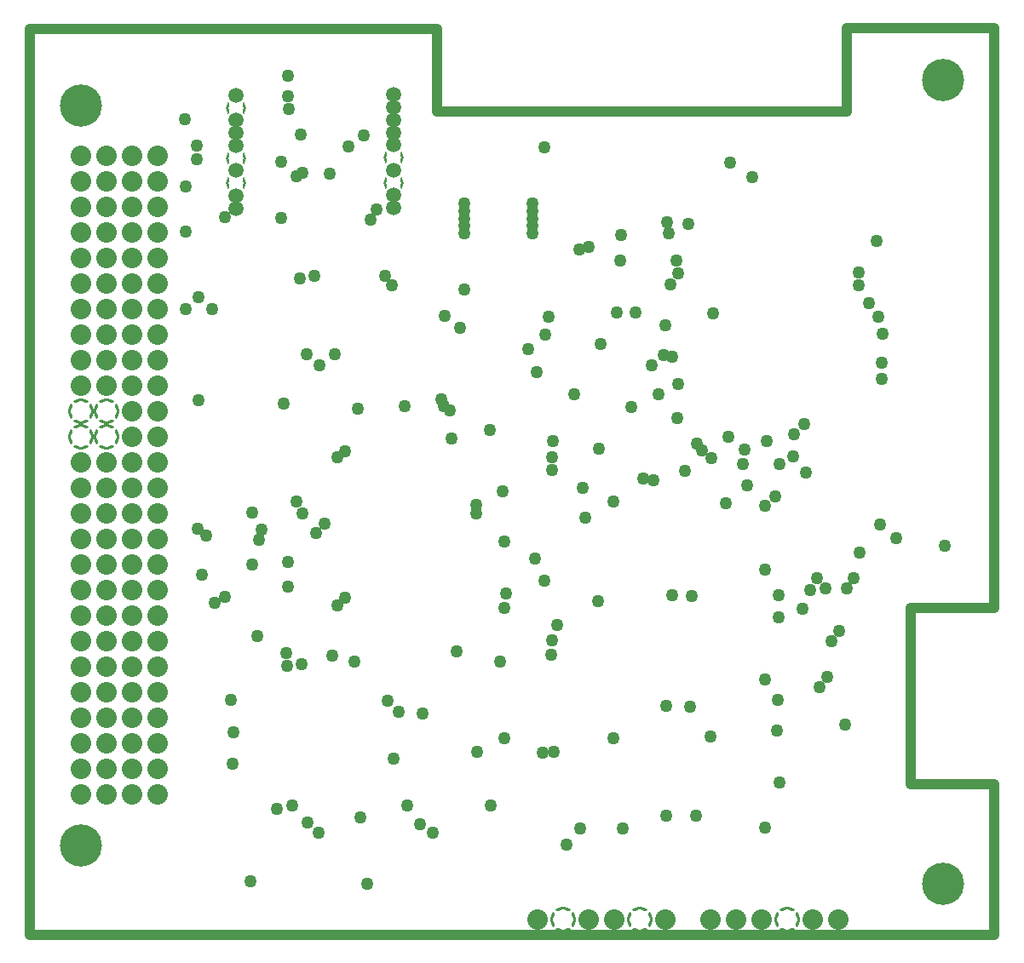
<source format=gbr>
%TF.GenerationSoftware,Altium Limited,Altium Designer,21.8.1 (53)*%
G04 Layer_Physical_Order=3*
G04 Layer_Color=128*
%FSLAX45Y45*%
%MOMM*%
%TF.SameCoordinates,1CF0B822-2DD9-431B-A6BE-AAED35006C4B*%
%TF.FilePolarity,Negative*%
%TF.FileFunction,Copper,L3,Inr,Plane*%
%TF.Part,Single*%
G01*
G75*
%TA.AperFunction,NonConductor*%
%ADD44C,1.01600*%
%TA.AperFunction,ComponentPad*%
%ADD45C,1.51600*%
G04:AMPARAMS|DCode=46|XSize=2.024mm|YSize=2.024mm|CornerRadius=0mm|HoleSize=0mm|Usage=FLASHONLY|Rotation=0.000|XOffset=0mm|YOffset=0mm|HoleType=Round|Shape=Relief|Width=0.254mm|Gap=0.254mm|Entries=4|*
%AMTHD46*
7,0,0,2.02400,1.51600,0.25400,45*
%
%ADD46THD46*%
%ADD47C,2.03600*%
G04:AMPARAMS|DCode=48|XSize=2.544mm|YSize=2.544mm|CornerRadius=0mm|HoleSize=0mm|Usage=FLASHONLY|Rotation=0.000|XOffset=0mm|YOffset=0mm|HoleType=Round|Shape=Relief|Width=0.254mm|Gap=0.254mm|Entries=4|*
%AMTHD48*
7,0,0,2.54400,2.03600,0.25400,45*
%
%ADD48THD48*%
%ADD49C,4.19600*%
%TA.AperFunction,ViaPad*%
%ADD50C,1.26600*%
D44*
X4050000Y8187500D02*
X8125000D01*
X4050000D02*
Y9010000D01*
X0D02*
X4050000D01*
X0Y0D02*
X9590000D01*
Y1500000D01*
X8761553D02*
X9590000D01*
X8761553D02*
Y3254277D01*
X9590000D01*
X9590000Y9017000D01*
X8125000Y9017000D02*
X9590000Y9017000D01*
X8125000Y8187500D02*
Y9017000D01*
X0Y0D02*
Y9010000D01*
D45*
X2050000Y8350000D02*
D03*
Y8100000D02*
D03*
Y7975000D02*
D03*
Y7850000D02*
D03*
Y7600000D02*
D03*
Y7350000D02*
D03*
Y7225000D02*
D03*
X3620000Y8355000D02*
D03*
Y8230000D02*
D03*
Y8105000D02*
D03*
Y7980000D02*
D03*
Y7855000D02*
D03*
Y7605000D02*
D03*
Y7355000D02*
D03*
Y7230000D02*
D03*
D46*
X2050000Y8225000D02*
D03*
Y7725000D02*
D03*
Y7475000D02*
D03*
X3620000Y7730000D02*
D03*
Y7480000D02*
D03*
D47*
X6770000Y150000D02*
D03*
X7024000D02*
D03*
X7278000D02*
D03*
X7786000D02*
D03*
X8040000D02*
D03*
X5050000D02*
D03*
X5558000D02*
D03*
X5812000D02*
D03*
X6320000D02*
D03*
X1016000Y6477000D02*
D03*
Y6223000D02*
D03*
Y5715000D02*
D03*
Y5969000D02*
D03*
Y5207000D02*
D03*
Y4953000D02*
D03*
Y4699000D02*
D03*
Y4191000D02*
D03*
Y4445000D02*
D03*
Y3683000D02*
D03*
Y3175000D02*
D03*
Y3937000D02*
D03*
Y3429000D02*
D03*
Y5461000D02*
D03*
Y6731000D02*
D03*
X1270000Y2667000D02*
D03*
Y3429000D02*
D03*
Y3175000D02*
D03*
Y2921000D02*
D03*
Y3683000D02*
D03*
Y4191000D02*
D03*
Y1397000D02*
D03*
Y1651000D02*
D03*
Y2159000D02*
D03*
Y2413000D02*
D03*
Y1905000D02*
D03*
Y3937000D02*
D03*
X1016000Y7747000D02*
D03*
Y6985000D02*
D03*
Y7493000D02*
D03*
X1270000Y7239000D02*
D03*
Y7493000D02*
D03*
X1016000Y7239000D02*
D03*
X1270000Y7747000D02*
D03*
Y6985000D02*
D03*
Y6477000D02*
D03*
Y6223000D02*
D03*
Y5969000D02*
D03*
Y5715000D02*
D03*
Y5461000D02*
D03*
Y5207000D02*
D03*
Y4699000D02*
D03*
Y4445000D02*
D03*
Y6731000D02*
D03*
Y4953000D02*
D03*
X1016000Y2413000D02*
D03*
Y2667000D02*
D03*
Y1905000D02*
D03*
Y2921000D02*
D03*
Y1397000D02*
D03*
Y2159000D02*
D03*
Y1651000D02*
D03*
X508000Y6477000D02*
D03*
Y6223000D02*
D03*
Y5715000D02*
D03*
Y5969000D02*
D03*
Y4699000D02*
D03*
Y4191000D02*
D03*
Y4445000D02*
D03*
Y3683000D02*
D03*
Y3175000D02*
D03*
Y3937000D02*
D03*
Y3429000D02*
D03*
Y5461000D02*
D03*
Y6731000D02*
D03*
X762000Y2667000D02*
D03*
Y3429000D02*
D03*
Y3175000D02*
D03*
Y2921000D02*
D03*
Y3683000D02*
D03*
Y4191000D02*
D03*
Y1397000D02*
D03*
Y1651000D02*
D03*
Y2159000D02*
D03*
Y2413000D02*
D03*
Y1905000D02*
D03*
Y3937000D02*
D03*
X508000Y7747000D02*
D03*
Y6985000D02*
D03*
Y7493000D02*
D03*
X762000Y7239000D02*
D03*
Y7493000D02*
D03*
X508000Y7239000D02*
D03*
X762000Y7747000D02*
D03*
Y6985000D02*
D03*
Y6477000D02*
D03*
Y6223000D02*
D03*
Y5969000D02*
D03*
Y5715000D02*
D03*
Y5461000D02*
D03*
Y4699000D02*
D03*
Y4445000D02*
D03*
Y6731000D02*
D03*
X508000Y2413000D02*
D03*
Y2667000D02*
D03*
Y1905000D02*
D03*
Y2921000D02*
D03*
Y1397000D02*
D03*
Y2159000D02*
D03*
Y1651000D02*
D03*
D48*
X7532000Y150000D02*
D03*
X5304000D02*
D03*
X6066000D02*
D03*
X508000Y5207000D02*
D03*
Y4953000D02*
D03*
X762000Y5207000D02*
D03*
Y4953000D02*
D03*
D49*
X9082000Y8502000D02*
D03*
Y508000D02*
D03*
X508000Y889000D02*
D03*
Y8248000D02*
D03*
D50*
X2690000Y6530000D02*
D03*
X2751991Y5776807D02*
D03*
X2830000Y6550000D02*
D03*
X8240000Y6460000D02*
D03*
X8343900Y6286500D02*
D03*
X8432800Y6146800D02*
D03*
X6515900Y4613800D02*
D03*
X6579000Y3370000D02*
D03*
X6565900Y2273300D02*
D03*
X7924800Y2565400D02*
D03*
X7848600Y2463800D02*
D03*
X7911700Y3450000D02*
D03*
X2882900Y5664200D02*
D03*
X6794500Y6184900D02*
D03*
X1549400Y7442200D02*
D03*
X5499100Y4445000D02*
D03*
X4438957Y4279900D02*
D03*
X7446782Y3380000D02*
D03*
X3352800Y508000D02*
D03*
X5100000Y1810000D02*
D03*
X5662889Y4834542D02*
D03*
X6102462Y4535771D02*
D03*
X6200000Y4520000D02*
D03*
X7442200Y3162300D02*
D03*
X4241800Y2819400D02*
D03*
X4673600Y2717800D02*
D03*
X2697818Y7957818D02*
D03*
X2578100Y8216900D02*
D03*
X2565400Y8343900D02*
D03*
X2716370Y7574974D02*
D03*
X2649266Y7540591D02*
D03*
X2500000Y7690000D02*
D03*
X6959600Y7683500D02*
D03*
X5041900Y5600700D02*
D03*
X6184900Y5664200D02*
D03*
X5676900Y5880100D02*
D03*
X6629400Y4889500D02*
D03*
X6946900Y4953000D02*
D03*
X9093200Y3873500D02*
D03*
X2527300Y5283200D02*
D03*
X2213385Y4198025D02*
D03*
X2260600Y2971800D02*
D03*
X3009900Y2781300D02*
D03*
X3225800Y2717800D02*
D03*
X3263900Y5232400D02*
D03*
X3730462Y5261678D02*
D03*
X2212017Y3687548D02*
D03*
X1676400Y5321300D02*
D03*
X1815700Y6221200D02*
D03*
X1714500Y3581400D02*
D03*
X4127500Y6159500D02*
D03*
X5461000Y6819900D02*
D03*
X7130000Y4473981D02*
D03*
X5128969Y5965669D02*
D03*
X5160000Y6148330D02*
D03*
X6020000Y6188820D02*
D03*
X5840000D02*
D03*
X4280000Y6040000D02*
D03*
X3030398Y5778100D02*
D03*
X7680000Y3240000D02*
D03*
X5240000Y3080000D02*
D03*
X7326900Y4910000D02*
D03*
X7180000Y7540000D02*
D03*
X7110000Y4823100D02*
D03*
X7590000Y4760000D02*
D03*
X7450000Y4680000D02*
D03*
X7720000Y4600000D02*
D03*
X8190000Y3550000D02*
D03*
X8120000Y3450000D02*
D03*
X8050000Y3020000D02*
D03*
X7970000Y2920000D02*
D03*
X7700000Y5080000D02*
D03*
X7600000Y4980000D02*
D03*
X7090000Y4680000D02*
D03*
X6390000Y5750000D02*
D03*
X8480000Y5980000D02*
D03*
X8468162Y5530909D02*
D03*
X8470000Y5690000D02*
D03*
X8245382Y6585382D02*
D03*
X5181009Y2782557D02*
D03*
X5190000Y2930000D02*
D03*
X5200000Y4910000D02*
D03*
X3139004Y4813100D02*
D03*
X3060000Y4750000D02*
D03*
X8418700Y6901351D02*
D03*
X1680000Y6340000D02*
D03*
X5120000Y3520000D02*
D03*
X4720000Y3250000D02*
D03*
X7830000Y3550000D02*
D03*
X7760000Y3430000D02*
D03*
X8250000Y3800000D02*
D03*
X8453100Y4080000D02*
D03*
X8610000Y3950000D02*
D03*
X2850000Y4000000D02*
D03*
X2930000Y4090000D02*
D03*
X2650000Y4310000D02*
D03*
X2713100Y4190000D02*
D03*
X2570000Y3710000D02*
D03*
X4720000Y3910000D02*
D03*
X5020000Y3740000D02*
D03*
X3670000Y2220000D02*
D03*
X3560000Y2330000D02*
D03*
X3910000Y2200000D02*
D03*
X5650000Y3320000D02*
D03*
X4740000Y3396900D02*
D03*
X2570000Y3460000D02*
D03*
X4010000Y1020000D02*
D03*
X2020000Y1700000D02*
D03*
X2700000Y2690000D02*
D03*
X2025777Y2019628D02*
D03*
X2560000Y2680000D02*
D03*
X2000000Y2340000D02*
D03*
X2550000Y2800000D02*
D03*
X6320000Y6060000D02*
D03*
X6439430Y5143485D02*
D03*
X5980000Y5250000D02*
D03*
X4577500Y5022500D02*
D03*
X4190000Y4940000D02*
D03*
X6450000Y5480000D02*
D03*
X4175227Y5212900D02*
D03*
X4114545Y5257653D02*
D03*
X4090000Y5330000D02*
D03*
X6300000Y5770000D02*
D03*
X4320000Y6420000D02*
D03*
X4960000Y5829600D02*
D03*
X3530000Y6550000D02*
D03*
X3600000Y6460000D02*
D03*
X1760000Y3970000D02*
D03*
X2276684Y3933316D02*
D03*
X1674978Y4038458D02*
D03*
X2310000Y4030000D02*
D03*
X1840000Y3300000D02*
D03*
X3060000Y3280000D02*
D03*
X3140000Y3350000D02*
D03*
X1942700Y3365213D02*
D03*
X1940000Y7140000D02*
D03*
X3450000Y7210000D02*
D03*
X3390000Y7110000D02*
D03*
X6682313Y4820787D02*
D03*
X5520000Y4150000D02*
D03*
X6920000Y4290000D02*
D03*
X4702500Y4407500D02*
D03*
X4440000Y4190000D02*
D03*
X6252018Y5378175D02*
D03*
X5410000Y5380000D02*
D03*
X5190000Y4750000D02*
D03*
Y4620000D02*
D03*
X3750000Y1290000D02*
D03*
X4580000D02*
D03*
X2610000D02*
D03*
X6330000Y1190000D02*
D03*
X6770000Y1974879D02*
D03*
X5470000Y1060000D02*
D03*
X3878957Y1102228D02*
D03*
X2760000Y1120000D02*
D03*
X2870000Y1020000D02*
D03*
X3290000Y1170000D02*
D03*
X5900000Y1060000D02*
D03*
X5340000Y900000D02*
D03*
X7410000Y4360000D02*
D03*
X4720000Y1960000D02*
D03*
X5800000D02*
D03*
Y4310000D02*
D03*
X6780000Y4740000D02*
D03*
X6385293Y3374707D02*
D03*
X6330000Y2280000D02*
D03*
X6620000Y1190000D02*
D03*
X8110000Y2090000D02*
D03*
X2500000Y7130000D02*
D03*
X6370000Y6470000D02*
D03*
X5560000Y6840000D02*
D03*
X5870000Y6710000D02*
D03*
X6340000Y7090000D02*
D03*
X6450000Y6580000D02*
D03*
X5880000Y6960000D02*
D03*
X6550000Y7070000D02*
D03*
X6430000Y6710000D02*
D03*
X3320000Y7950000D02*
D03*
X3170000Y7840000D02*
D03*
X2980000Y7570000D02*
D03*
X1540000Y8110000D02*
D03*
X1658595Y7851160D02*
D03*
X1660000Y7710000D02*
D03*
X1550000Y6990000D02*
D03*
Y6220000D02*
D03*
X5120000Y7830000D02*
D03*
X7310000Y4270000D02*
D03*
Y3630000D02*
D03*
Y2540000D02*
D03*
X7440000Y2340000D02*
D03*
X7430000Y2030000D02*
D03*
X7450000Y1520000D02*
D03*
X7310000Y1070000D02*
D03*
X5210000Y1820000D02*
D03*
X4450000D02*
D03*
X3620000Y1750000D02*
D03*
X2460000Y1250000D02*
D03*
X2200000Y530000D02*
D03*
X6350000Y6975000D02*
D03*
X4320000Y7270000D02*
D03*
X5000000Y6975000D02*
D03*
Y7050000D02*
D03*
Y7125000D02*
D03*
Y7200000D02*
D03*
X4325000Y6975000D02*
D03*
Y7050000D02*
D03*
Y7125000D02*
D03*
Y7200000D02*
D03*
X5000000Y7270000D02*
D03*
X2570000Y8540000D02*
D03*
%TF.MD5,5a960f9152aeae7c62b77565c3b6d7ad*%
M02*

</source>
